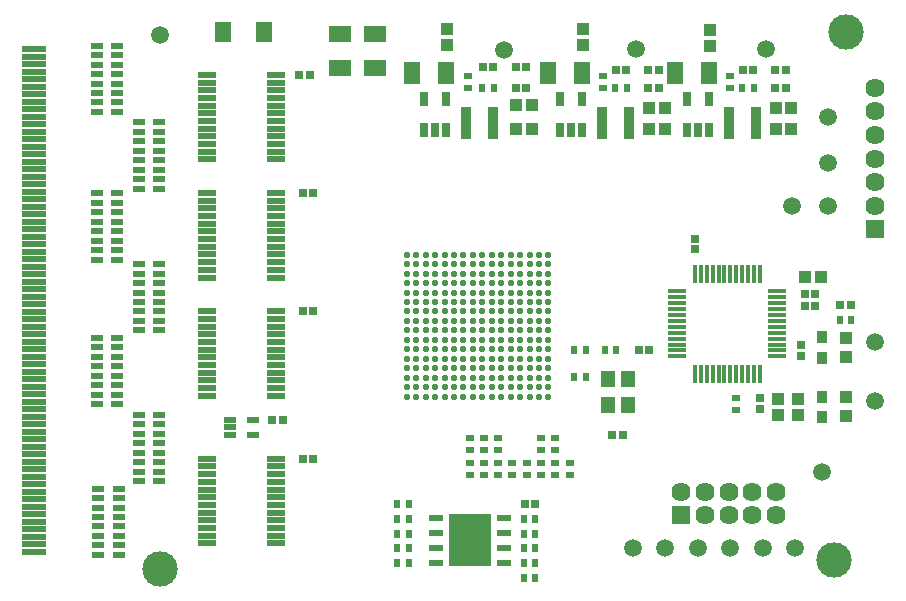
<source format=gts>
G04*
G04 #@! TF.GenerationSoftware,Altium Limited,Altium Designer,24.4.1 (13)*
G04*
G04 Layer_Color=8388736*
%FSLAX44Y44*%
%MOMM*%
G71*
G04*
G04 #@! TF.SameCoordinates,925E675A-46DA-42A4-AE84-68A0AB10CA93*
G04*
G04*
G04 #@! TF.FilePolarity,Negative*
G04*
G01*
G75*
%ADD39R,0.7200X0.7600*%
%ADD40R,1.0200X1.1200*%
%ADD41R,1.4200X1.9200*%
%ADD42R,1.5950X0.4200*%
%ADD43R,0.4200X1.5950*%
%ADD44R,0.7200X0.6200*%
%ADD45R,0.7600X0.7200*%
%ADD46R,1.1200X1.0200*%
%ADD47R,0.6200X0.7200*%
%ADD48C,1.5200*%
%ADD49R,1.5950X0.5700*%
%ADD50C,0.5400*%
%ADD51R,0.7200X1.2700*%
%ADD52R,0.9200X2.8200*%
%ADD53R,1.1700X0.5700*%
%ADD54R,3.5700X4.4700*%
%ADD55R,1.3700X1.7700*%
%ADD56R,1.1200X0.5200*%
%ADD57R,1.0200X0.5700*%
%ADD58R,1.9200X1.4200*%
%ADD59R,0.9200X1.0200*%
%ADD60C,3.0000*%
%ADD61R,1.0700X1.0200*%
%ADD62R,2.1200X0.5000*%
%ADD63R,1.2200X1.4200*%
%ADD64C,1.6200*%
%ADD65R,1.6200X1.6200*%
D39*
X895600Y466000D02*
D03*
X904400D02*
D03*
X874400Y465000D02*
D03*
X865600D02*
D03*
X629400Y667500D02*
D03*
Y650000D02*
D03*
X741900Y665000D02*
D03*
X733800Y427500D02*
D03*
X725000D02*
D03*
X865600Y475000D02*
D03*
X874400D02*
D03*
X702600Y356000D02*
D03*
X711400D02*
D03*
X637500Y297500D02*
D03*
X628700D02*
D03*
X593100Y667500D02*
D03*
X601900D02*
D03*
X414600Y369000D02*
D03*
X423400D02*
D03*
X620600Y650000D02*
D03*
Y667500D02*
D03*
X449400Y461000D02*
D03*
X440600D02*
D03*
X449400Y336000D02*
D03*
X440600D02*
D03*
X714400Y665000D02*
D03*
X705600D02*
D03*
X733100D02*
D03*
X741900Y650000D02*
D03*
X733100D02*
D03*
X840600Y665000D02*
D03*
X849400D02*
D03*
X840600Y650000D02*
D03*
X849400D02*
D03*
X821900Y665000D02*
D03*
X813100D02*
D03*
X440600Y561000D02*
D03*
X449400D02*
D03*
X437600Y661000D02*
D03*
X446400D02*
D03*
D40*
X634250Y635000D02*
D03*
Y615000D02*
D03*
X879250Y490000D02*
D03*
X865750D02*
D03*
X854250Y615000D02*
D03*
X840750D02*
D03*
X620750Y635000D02*
D03*
X854250Y632500D02*
D03*
X840750D02*
D03*
X733250Y615000D02*
D03*
X746750D02*
D03*
X733250Y632500D02*
D03*
X746750D02*
D03*
X620750Y615000D02*
D03*
D41*
X533000Y662500D02*
D03*
X755500D02*
D03*
X784500D02*
D03*
X648000D02*
D03*
X677000D02*
D03*
X562000D02*
D03*
D42*
X842380Y422500D02*
D03*
Y442500D02*
D03*
Y452500D02*
D03*
Y457500D02*
D03*
X757620Y477500D02*
D03*
Y472500D02*
D03*
Y467500D02*
D03*
Y462500D02*
D03*
Y432500D02*
D03*
Y427500D02*
D03*
Y422500D02*
D03*
X842380Y462500D02*
D03*
X757620Y447500D02*
D03*
Y452500D02*
D03*
X842380Y477500D02*
D03*
X757620Y437500D02*
D03*
Y442500D02*
D03*
Y457500D02*
D03*
X842380Y472500D02*
D03*
Y467500D02*
D03*
Y447500D02*
D03*
Y437500D02*
D03*
Y432500D02*
D03*
Y427500D02*
D03*
D43*
X777500Y492380D02*
D03*
X772500D02*
D03*
Y407620D02*
D03*
X792500D02*
D03*
X822500D02*
D03*
X827500D02*
D03*
X797500D02*
D03*
X802500D02*
D03*
X807500D02*
D03*
X827500Y492380D02*
D03*
X817500Y407620D02*
D03*
X812500D02*
D03*
X787500D02*
D03*
X782500D02*
D03*
X777500D02*
D03*
X782500Y492380D02*
D03*
X787500D02*
D03*
X792500D02*
D03*
X797500D02*
D03*
X802500D02*
D03*
X807500D02*
D03*
X812500D02*
D03*
X817500D02*
D03*
X822500D02*
D03*
D44*
X807500Y377500D02*
D03*
Y387500D02*
D03*
X695000Y660000D02*
D03*
Y650000D02*
D03*
X802500Y660000D02*
D03*
Y650000D02*
D03*
X642000Y332000D02*
D03*
Y322000D02*
D03*
X618000D02*
D03*
Y332000D02*
D03*
X630000Y322000D02*
D03*
Y332000D02*
D03*
X606000D02*
D03*
Y322000D02*
D03*
X594000Y332000D02*
D03*
Y322000D02*
D03*
X582000Y332000D02*
D03*
Y322000D02*
D03*
X594000Y343000D02*
D03*
Y353000D02*
D03*
X582000D02*
D03*
Y343000D02*
D03*
X606000Y353000D02*
D03*
Y343000D02*
D03*
X642000Y353000D02*
D03*
Y343000D02*
D03*
X654000Y353000D02*
D03*
Y343000D02*
D03*
Y332000D02*
D03*
Y322000D02*
D03*
X667000D02*
D03*
Y332000D02*
D03*
X580000Y650000D02*
D03*
Y660000D02*
D03*
D45*
X827500Y386900D02*
D03*
Y378100D02*
D03*
X862500Y423100D02*
D03*
Y431900D02*
D03*
X772500Y513100D02*
D03*
Y521900D02*
D03*
D46*
X842500Y373250D02*
D03*
Y386750D02*
D03*
X860000Y373250D02*
D03*
Y386750D02*
D03*
X677500Y699250D02*
D03*
Y685750D02*
D03*
X785000Y685000D02*
D03*
Y698500D02*
D03*
X562500Y685750D02*
D03*
Y699250D02*
D03*
D47*
X895000Y453000D02*
D03*
X905000D02*
D03*
X520000Y272500D02*
D03*
X530000D02*
D03*
X520000Y297500D02*
D03*
X530000D02*
D03*
X637500Y272500D02*
D03*
X627500D02*
D03*
X637500Y247500D02*
D03*
X627500D02*
D03*
X670000Y405000D02*
D03*
X680000D02*
D03*
X670000Y428000D02*
D03*
X680000D02*
D03*
X706000D02*
D03*
X696000D02*
D03*
X637500Y285000D02*
D03*
X627500D02*
D03*
X530000Y247500D02*
D03*
X520000D02*
D03*
X627500Y235000D02*
D03*
X637500D02*
D03*
X530000Y260000D02*
D03*
X520000D02*
D03*
X627500D02*
D03*
X637500D02*
D03*
X530000Y285000D02*
D03*
X520000D02*
D03*
X812500Y650000D02*
D03*
X822500D02*
D03*
X705000D02*
D03*
X715000D02*
D03*
X592500D02*
D03*
X602500D02*
D03*
D48*
X885000Y550000D02*
D03*
X855000D02*
D03*
X885000Y586000D02*
D03*
Y625000D02*
D03*
X720000Y260000D02*
D03*
X880000Y325000D02*
D03*
X722500Y682500D02*
D03*
X925000Y435000D02*
D03*
X832500Y682500D02*
D03*
X611000Y682000D02*
D03*
X320000Y695000D02*
D03*
X925000Y385000D02*
D03*
X857500Y260000D02*
D03*
X830000D02*
D03*
X802500D02*
D03*
X775000D02*
D03*
X747500D02*
D03*
D49*
X359120Y460750D02*
D03*
Y454250D02*
D03*
Y447750D02*
D03*
Y441250D02*
D03*
Y434750D02*
D03*
Y428250D02*
D03*
Y421750D02*
D03*
Y415250D02*
D03*
Y408750D02*
D03*
Y402250D02*
D03*
Y395750D02*
D03*
Y389250D02*
D03*
X417880D02*
D03*
Y395750D02*
D03*
Y402250D02*
D03*
Y408750D02*
D03*
Y415250D02*
D03*
Y421750D02*
D03*
Y428250D02*
D03*
Y434750D02*
D03*
Y441250D02*
D03*
Y447750D02*
D03*
Y454250D02*
D03*
Y460750D02*
D03*
X359120Y335750D02*
D03*
Y329250D02*
D03*
Y322750D02*
D03*
Y316250D02*
D03*
Y309750D02*
D03*
Y303250D02*
D03*
Y296750D02*
D03*
Y290250D02*
D03*
Y283750D02*
D03*
Y277250D02*
D03*
Y270750D02*
D03*
Y264250D02*
D03*
X417880D02*
D03*
Y270750D02*
D03*
Y277250D02*
D03*
Y283750D02*
D03*
Y290250D02*
D03*
Y296750D02*
D03*
Y303250D02*
D03*
Y309750D02*
D03*
Y316250D02*
D03*
Y322750D02*
D03*
Y329250D02*
D03*
Y335750D02*
D03*
X359120Y660750D02*
D03*
Y654250D02*
D03*
Y647750D02*
D03*
Y641250D02*
D03*
Y634750D02*
D03*
Y628250D02*
D03*
Y621750D02*
D03*
Y615250D02*
D03*
Y608750D02*
D03*
Y602250D02*
D03*
Y595750D02*
D03*
Y589250D02*
D03*
X417880D02*
D03*
Y595750D02*
D03*
Y602250D02*
D03*
Y608750D02*
D03*
Y615250D02*
D03*
Y621750D02*
D03*
Y628250D02*
D03*
Y634750D02*
D03*
Y641250D02*
D03*
Y647750D02*
D03*
Y654250D02*
D03*
Y660750D02*
D03*
X359120Y560750D02*
D03*
Y554250D02*
D03*
Y547750D02*
D03*
Y541250D02*
D03*
Y534750D02*
D03*
Y528250D02*
D03*
Y521750D02*
D03*
Y515250D02*
D03*
Y508750D02*
D03*
Y502250D02*
D03*
Y495750D02*
D03*
Y489250D02*
D03*
X417880D02*
D03*
Y495750D02*
D03*
Y502250D02*
D03*
Y508750D02*
D03*
Y515250D02*
D03*
Y521750D02*
D03*
Y528250D02*
D03*
Y534750D02*
D03*
Y541250D02*
D03*
Y547750D02*
D03*
Y554250D02*
D03*
Y560750D02*
D03*
D50*
X592500Y508500D02*
D03*
X600500D02*
D03*
X608500D02*
D03*
X616500D02*
D03*
X624500D02*
D03*
X632500D02*
D03*
X640500D02*
D03*
X592500Y500500D02*
D03*
X600500D02*
D03*
X608500D02*
D03*
X616500D02*
D03*
X624500D02*
D03*
X592500Y492500D02*
D03*
X608500D02*
D03*
X624500D02*
D03*
X592500Y484500D02*
D03*
X608500D02*
D03*
X584500Y476500D02*
D03*
X624500D02*
D03*
X528500Y508500D02*
D03*
X536500D02*
D03*
X544500D02*
D03*
X552500D02*
D03*
X560500D02*
D03*
X568500D02*
D03*
X576500D02*
D03*
X584500D02*
D03*
X648500D02*
D03*
X528500Y500500D02*
D03*
X536500D02*
D03*
X544500D02*
D03*
X552500D02*
D03*
X560500D02*
D03*
X568500D02*
D03*
X576500D02*
D03*
X584500D02*
D03*
X632500D02*
D03*
X640500D02*
D03*
X648500D02*
D03*
X528500Y492500D02*
D03*
X536500D02*
D03*
X544500D02*
D03*
X552500D02*
D03*
X560500D02*
D03*
X568500D02*
D03*
X576500D02*
D03*
X584500D02*
D03*
X600500D02*
D03*
X616500D02*
D03*
X632500D02*
D03*
X640500D02*
D03*
X648500D02*
D03*
X528500Y484500D02*
D03*
X536500D02*
D03*
X544500D02*
D03*
X552500D02*
D03*
X560500D02*
D03*
X568500D02*
D03*
X576500D02*
D03*
X584500D02*
D03*
X600500D02*
D03*
X616500D02*
D03*
X624500D02*
D03*
X632500D02*
D03*
X640500D02*
D03*
X648500D02*
D03*
X528500Y476500D02*
D03*
X536500D02*
D03*
X544500D02*
D03*
X552500D02*
D03*
X560500D02*
D03*
X568500D02*
D03*
X576500D02*
D03*
X592500D02*
D03*
X600500D02*
D03*
X608500D02*
D03*
X616500D02*
D03*
X632500D02*
D03*
X640500D02*
D03*
X648500D02*
D03*
X528500Y468500D02*
D03*
X536500D02*
D03*
X544500D02*
D03*
X552500D02*
D03*
X560500D02*
D03*
X568500D02*
D03*
X576500D02*
D03*
X584500D02*
D03*
X592500D02*
D03*
X600500D02*
D03*
X608500D02*
D03*
X616500D02*
D03*
X624500D02*
D03*
X632500D02*
D03*
X640500D02*
D03*
X648500D02*
D03*
X528500Y460500D02*
D03*
X536500D02*
D03*
X544500D02*
D03*
X552500D02*
D03*
X560500D02*
D03*
X568500D02*
D03*
X576500D02*
D03*
X584500D02*
D03*
X592500D02*
D03*
X600500D02*
D03*
X608500D02*
D03*
X616500D02*
D03*
X624500D02*
D03*
X632500D02*
D03*
X640500D02*
D03*
X648500D02*
D03*
X528500Y452500D02*
D03*
X536500D02*
D03*
X544500D02*
D03*
X552500D02*
D03*
X560500D02*
D03*
X568500D02*
D03*
X576500D02*
D03*
X584500D02*
D03*
X592500D02*
D03*
X600500D02*
D03*
X608500D02*
D03*
X616500D02*
D03*
X624500D02*
D03*
X632500D02*
D03*
X640500D02*
D03*
X648500D02*
D03*
X528500Y444500D02*
D03*
X536500D02*
D03*
X544500D02*
D03*
X552500D02*
D03*
X560500D02*
D03*
X568500D02*
D03*
X576500D02*
D03*
X584500D02*
D03*
X592500D02*
D03*
X600500D02*
D03*
X608500D02*
D03*
X616500D02*
D03*
X624500D02*
D03*
X632500D02*
D03*
X640500D02*
D03*
X648500D02*
D03*
X528500Y436500D02*
D03*
X536500D02*
D03*
X544500D02*
D03*
X552500D02*
D03*
X560500D02*
D03*
X568500D02*
D03*
X576500D02*
D03*
X584500D02*
D03*
X592500D02*
D03*
X600500D02*
D03*
X608500D02*
D03*
X616500D02*
D03*
X624500D02*
D03*
X632500D02*
D03*
X640500D02*
D03*
X648500D02*
D03*
X528500Y428500D02*
D03*
X536500D02*
D03*
X544500D02*
D03*
X552500D02*
D03*
X560500D02*
D03*
X568500D02*
D03*
X576500D02*
D03*
X584500D02*
D03*
X592500D02*
D03*
X600500D02*
D03*
X608500D02*
D03*
X616500D02*
D03*
X624500D02*
D03*
X632500D02*
D03*
X640500D02*
D03*
X648500D02*
D03*
X528500Y420500D02*
D03*
X536500D02*
D03*
X544500D02*
D03*
X552500D02*
D03*
X560500D02*
D03*
X568500D02*
D03*
X576500D02*
D03*
X584500D02*
D03*
X592500D02*
D03*
X600500D02*
D03*
X608500D02*
D03*
X616500D02*
D03*
X624500D02*
D03*
X632500D02*
D03*
X640500D02*
D03*
X648500D02*
D03*
X528500Y412500D02*
D03*
X536500D02*
D03*
X544500D02*
D03*
X552500D02*
D03*
X560500D02*
D03*
X568500D02*
D03*
X576500D02*
D03*
X584500D02*
D03*
X592500D02*
D03*
X600500D02*
D03*
X608500D02*
D03*
X616500D02*
D03*
X624500D02*
D03*
X632500D02*
D03*
X640500D02*
D03*
X648500D02*
D03*
X528500Y404500D02*
D03*
X536500D02*
D03*
X544500D02*
D03*
X552500D02*
D03*
X560500D02*
D03*
X568500D02*
D03*
X576500D02*
D03*
X584500D02*
D03*
X592500D02*
D03*
X600500D02*
D03*
X608500D02*
D03*
X616500D02*
D03*
X624500D02*
D03*
X632500D02*
D03*
X640500D02*
D03*
X648500D02*
D03*
X528500Y396500D02*
D03*
X536500D02*
D03*
X544500D02*
D03*
X552500D02*
D03*
X560500D02*
D03*
X568500D02*
D03*
X576500D02*
D03*
X584500D02*
D03*
X592500D02*
D03*
X600500D02*
D03*
X608500D02*
D03*
X616500D02*
D03*
X624500D02*
D03*
X632500D02*
D03*
X640500D02*
D03*
X648500D02*
D03*
X528500Y388500D02*
D03*
X536500D02*
D03*
X544500D02*
D03*
X552500D02*
D03*
X560500D02*
D03*
X568500D02*
D03*
X576500D02*
D03*
X584500D02*
D03*
X592500D02*
D03*
X600500D02*
D03*
X608500D02*
D03*
X616500D02*
D03*
X624500D02*
D03*
X632500D02*
D03*
X640500D02*
D03*
X648500D02*
D03*
D51*
X543000Y640500D02*
D03*
X562000D02*
D03*
Y614500D02*
D03*
X552500D02*
D03*
X543000D02*
D03*
X658000Y640500D02*
D03*
X677000D02*
D03*
Y614500D02*
D03*
X667500D02*
D03*
X658000D02*
D03*
X765500Y640500D02*
D03*
X784500D02*
D03*
Y614500D02*
D03*
X775000D02*
D03*
X765500D02*
D03*
D52*
X824000Y620000D02*
D03*
X801000D02*
D03*
X693500D02*
D03*
X716500D02*
D03*
X578500D02*
D03*
X601500D02*
D03*
D53*
X553500Y286050D02*
D03*
Y273350D02*
D03*
Y260650D02*
D03*
Y247950D02*
D03*
X610500D02*
D03*
Y260650D02*
D03*
Y273350D02*
D03*
Y286050D02*
D03*
D54*
X582000Y267000D02*
D03*
D55*
X372750Y697500D02*
D03*
X407250D02*
D03*
D56*
X378500Y369000D02*
D03*
Y362500D02*
D03*
Y356000D02*
D03*
X398500D02*
D03*
Y369000D02*
D03*
D57*
X284500Y254500D02*
D03*
Y262500D02*
D03*
Y278500D02*
D03*
Y270500D02*
D03*
Y294500D02*
D03*
Y310500D02*
D03*
Y302500D02*
D03*
Y286500D02*
D03*
X267500D02*
D03*
Y302500D02*
D03*
Y310500D02*
D03*
Y294500D02*
D03*
Y270500D02*
D03*
Y278500D02*
D03*
Y262500D02*
D03*
Y254500D02*
D03*
X318500Y317000D02*
D03*
Y325000D02*
D03*
Y341000D02*
D03*
Y333000D02*
D03*
Y357000D02*
D03*
Y373000D02*
D03*
Y365000D02*
D03*
Y349000D02*
D03*
X301500D02*
D03*
Y365000D02*
D03*
Y373000D02*
D03*
Y357000D02*
D03*
Y333000D02*
D03*
Y341000D02*
D03*
Y325000D02*
D03*
Y317000D02*
D03*
X283500Y382000D02*
D03*
Y390000D02*
D03*
Y406000D02*
D03*
Y398000D02*
D03*
Y422000D02*
D03*
Y438000D02*
D03*
Y430000D02*
D03*
Y414000D02*
D03*
X266500D02*
D03*
Y430000D02*
D03*
Y438000D02*
D03*
Y422000D02*
D03*
Y398000D02*
D03*
Y406000D02*
D03*
Y390000D02*
D03*
Y382000D02*
D03*
X318500Y444500D02*
D03*
Y452500D02*
D03*
Y468500D02*
D03*
Y460500D02*
D03*
Y484500D02*
D03*
Y500500D02*
D03*
Y492500D02*
D03*
Y476500D02*
D03*
X301500D02*
D03*
Y492500D02*
D03*
Y500500D02*
D03*
Y484500D02*
D03*
Y460500D02*
D03*
Y468500D02*
D03*
Y452500D02*
D03*
Y444500D02*
D03*
X283500Y504500D02*
D03*
Y512500D02*
D03*
Y528500D02*
D03*
Y520500D02*
D03*
Y544500D02*
D03*
Y560500D02*
D03*
Y552500D02*
D03*
Y536500D02*
D03*
X266500D02*
D03*
Y552500D02*
D03*
Y560500D02*
D03*
Y544500D02*
D03*
Y520500D02*
D03*
Y528500D02*
D03*
Y512500D02*
D03*
Y504500D02*
D03*
X318500Y564500D02*
D03*
Y572500D02*
D03*
Y588500D02*
D03*
Y580500D02*
D03*
Y604500D02*
D03*
Y620500D02*
D03*
Y612500D02*
D03*
Y596500D02*
D03*
X301500D02*
D03*
Y612500D02*
D03*
Y620500D02*
D03*
Y604500D02*
D03*
Y580500D02*
D03*
Y588500D02*
D03*
Y572500D02*
D03*
Y564500D02*
D03*
X283500Y629500D02*
D03*
Y637500D02*
D03*
Y653500D02*
D03*
Y645500D02*
D03*
Y669500D02*
D03*
Y685500D02*
D03*
Y677500D02*
D03*
Y661500D02*
D03*
X266500D02*
D03*
Y677500D02*
D03*
Y685500D02*
D03*
Y669500D02*
D03*
Y645500D02*
D03*
Y653500D02*
D03*
Y637500D02*
D03*
Y629500D02*
D03*
D58*
X502000Y695500D02*
D03*
Y666500D02*
D03*
X472000Y695500D02*
D03*
Y666500D02*
D03*
D59*
X880000Y371500D02*
D03*
Y388500D02*
D03*
Y421500D02*
D03*
Y438500D02*
D03*
D60*
X320000Y242500D02*
D03*
X900000Y697500D02*
D03*
X890000Y250000D02*
D03*
D61*
X900000Y372000D02*
D03*
Y388000D02*
D03*
Y422000D02*
D03*
Y438000D02*
D03*
D62*
X213000Y644625D02*
D03*
Y638275D02*
D03*
Y631925D02*
D03*
Y625575D02*
D03*
Y682725D02*
D03*
Y670025D02*
D03*
Y657325D02*
D03*
Y619225D02*
D03*
Y606525D02*
D03*
Y593825D02*
D03*
Y581125D02*
D03*
Y568425D02*
D03*
Y555725D02*
D03*
Y543025D02*
D03*
Y530325D02*
D03*
Y517625D02*
D03*
Y504925D02*
D03*
Y492225D02*
D03*
Y479525D02*
D03*
Y466825D02*
D03*
Y454125D02*
D03*
Y441425D02*
D03*
Y428725D02*
D03*
Y416025D02*
D03*
Y403325D02*
D03*
Y390625D02*
D03*
Y377925D02*
D03*
Y365225D02*
D03*
Y352525D02*
D03*
Y339825D02*
D03*
Y327125D02*
D03*
Y314425D02*
D03*
Y301725D02*
D03*
Y289025D02*
D03*
Y276325D02*
D03*
Y263625D02*
D03*
Y676375D02*
D03*
Y663675D02*
D03*
Y650975D02*
D03*
Y612875D02*
D03*
Y600175D02*
D03*
Y587475D02*
D03*
Y574775D02*
D03*
Y562075D02*
D03*
Y549375D02*
D03*
Y536675D02*
D03*
Y523975D02*
D03*
Y511275D02*
D03*
Y498575D02*
D03*
Y485875D02*
D03*
Y473175D02*
D03*
Y460475D02*
D03*
Y447775D02*
D03*
Y435075D02*
D03*
Y422375D02*
D03*
Y409675D02*
D03*
Y396975D02*
D03*
Y384275D02*
D03*
Y371575D02*
D03*
Y358875D02*
D03*
Y346175D02*
D03*
Y333475D02*
D03*
Y320775D02*
D03*
Y308075D02*
D03*
Y295375D02*
D03*
Y282675D02*
D03*
Y269975D02*
D03*
Y257275D02*
D03*
D63*
X716000Y381500D02*
D03*
X699000D02*
D03*
X716000Y403500D02*
D03*
X699000D02*
D03*
D64*
X925000Y590000D02*
D03*
Y610000D02*
D03*
Y630000D02*
D03*
Y550000D02*
D03*
Y570000D02*
D03*
Y650000D02*
D03*
X761000Y308000D02*
D03*
X781000Y288000D02*
D03*
Y308000D02*
D03*
X801000Y288000D02*
D03*
Y308000D02*
D03*
X821000Y288000D02*
D03*
Y308000D02*
D03*
X841000Y288000D02*
D03*
Y308000D02*
D03*
D65*
X925000Y530000D02*
D03*
X761000Y288000D02*
D03*
M02*

</source>
